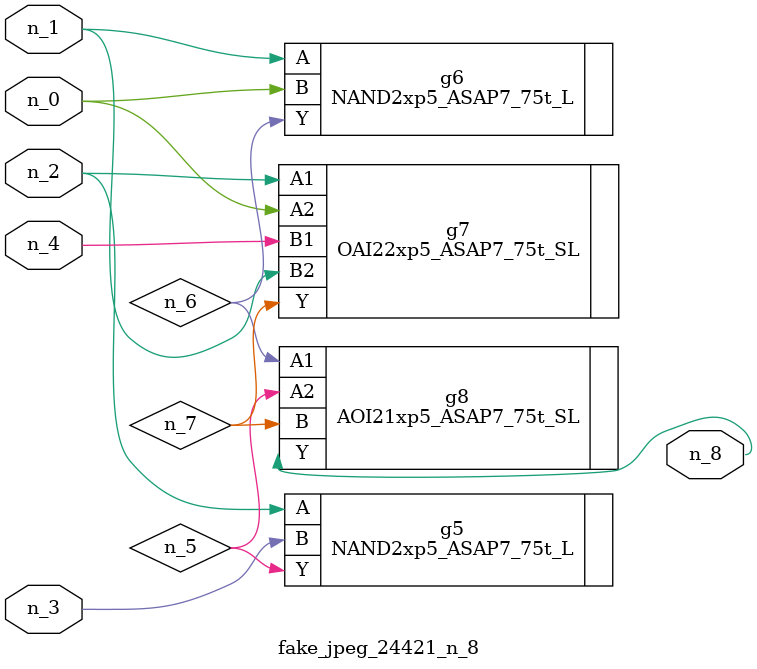
<source format=v>
module fake_jpeg_24421_n_8 (n_3, n_2, n_1, n_0, n_4, n_8);

input n_3;
input n_2;
input n_1;
input n_0;
input n_4;

output n_8;

wire n_6;
wire n_5;
wire n_7;

NAND2xp5_ASAP7_75t_L g5 ( 
.A(n_2),
.B(n_3),
.Y(n_5)
);

NAND2xp5_ASAP7_75t_L g6 ( 
.A(n_1),
.B(n_0),
.Y(n_6)
);

OAI22xp5_ASAP7_75t_SL g7 ( 
.A1(n_2),
.A2(n_0),
.B1(n_4),
.B2(n_1),
.Y(n_7)
);

AOI21xp5_ASAP7_75t_SL g8 ( 
.A1(n_6),
.A2(n_5),
.B(n_7),
.Y(n_8)
);


endmodule
</source>
